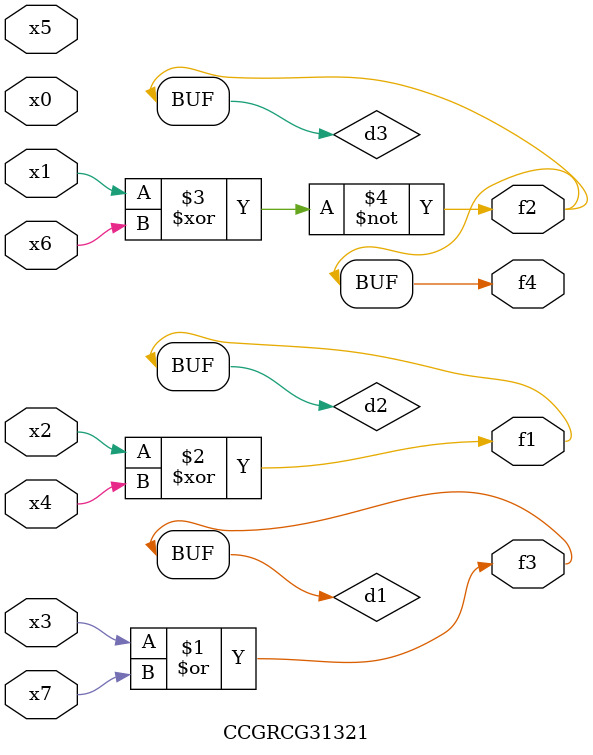
<source format=v>
module CCGRCG31321(
	input x0, x1, x2, x3, x4, x5, x6, x7,
	output f1, f2, f3, f4
);

	wire d1, d2, d3;

	or (d1, x3, x7);
	xor (d2, x2, x4);
	xnor (d3, x1, x6);
	assign f1 = d2;
	assign f2 = d3;
	assign f3 = d1;
	assign f4 = d3;
endmodule

</source>
